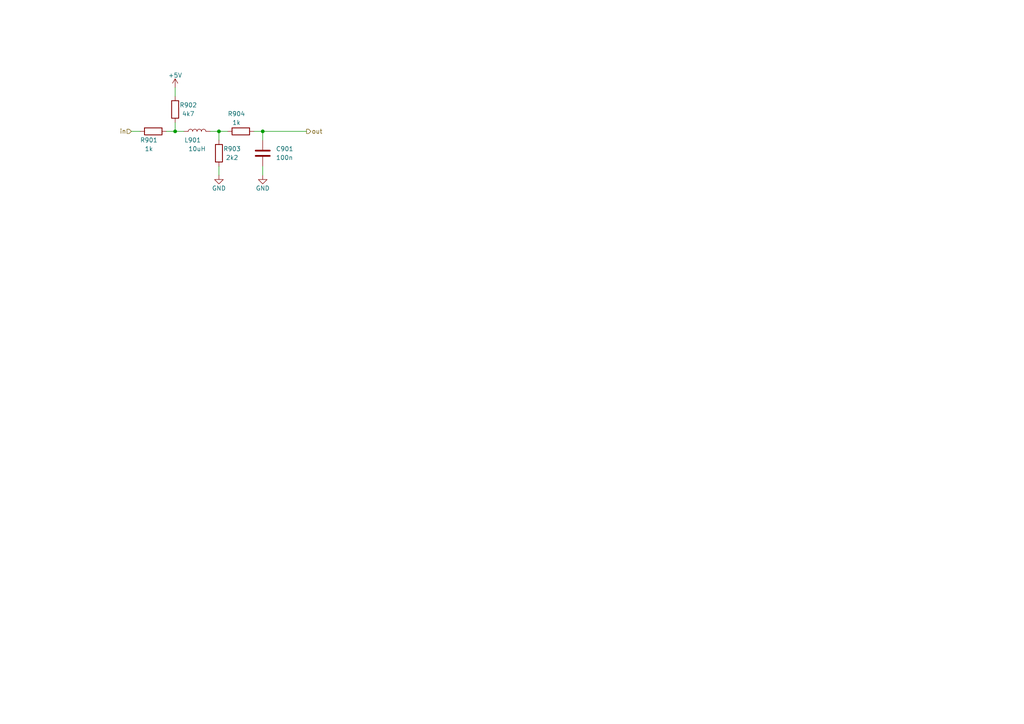
<source format=kicad_sch>
(kicad_sch (version 20230121) (generator eeschema)
  (paper "A4")
  (lib_symbols
    (symbol "Device:C" (pin_numbers hide) (pin_names (offset 0.254))
      (property "Reference" "C" (at 0.635 2.54 0))
      (property "Value" "C" (at 0.635 -2.54 0))
      (symbol "C_0_1"
        (polyline (pts (xy -2.032 -0.762) (xy 2.032 -0.762)) (stroke (width 0.508)))
        (polyline (pts (xy -2.032 0.762) (xy 2.032 0.762)) (stroke (width 0.508)))
      )
      (symbol "C_1_1"
        (pin passive line (at 0 3.81 270) (length 2.794) (name "~") (number "1"))
        (pin passive line (at 0 -3.81 90) (length 2.794) (name "~") (number "2"))
      )
    )
    (symbol "Device:L" (pin_numbers hide) (pin_names (offset 1.016) hide)
      (property "Reference" "L" (at -1.27 0 90))
      (property "Value" "L" (at 1.905 0 90))
      (symbol "L_0_1"
        (arc (start 0 -2.54) (mid 0.6323 -1.905) (end 0 -1.27))
        (arc (start 0 -1.27) (mid 0.6323 -0.635) (end 0 0))
        (arc (start 0 0) (mid 0.6323 0.635) (end 0 1.27))
        (arc (start 0 1.27) (mid 0.6323 1.905) (end 0 2.54))
      )
      (symbol "L_1_1"
        (pin passive line (at 0 3.81 270) (length 1.27) (name "1") (number "1"))
        (pin passive line (at 0 -3.81 90) (length 1.27) (name "2") (number "2"))
      )
    )
    (symbol "Device:R" (pin_numbers hide) (pin_names (offset 0))
      (property "Reference" "R" (at 2.032 0 90))
      (property "Value" "R" (at 0 0 90))
      (symbol "R_0_1"
        (rectangle (start -1.016 -2.54) (end 1.016 2.54) (stroke (width 0.254)))
      )
      (symbol "R_1_1"
        (pin passive line (at 0 3.81 270) (length 1.27) (name "~") (number "1"))
        (pin passive line (at 0 -3.81 90) (length 1.27) (name "~") (number "2"))
      )
    )
    (symbol "power:+5V" (power) (pin_names (offset 0))
      (property "Value" "+5V" (at 0 3.556 0))
      (symbol "+5V_0_1"
        (polyline (pts (xy -0.762 1.27) (xy 0 2.54)))
        (polyline (pts (xy 0 0) (xy 0 2.54)))
        (polyline (pts (xy 0 2.54) (xy 0.762 1.27)))
      )
      (symbol "+5V_1_1"
        (pin power_in line (at 0 0 90) (length 0) hide (name "+5V") (number "1"))
      )
    )
    (symbol "power:GND" (power) (pin_names (offset 0))
      (property "Value" "GND" (at 0 -3.81 0))
      (symbol "GND_0_1"
        (polyline (pts (xy 0 0) (xy 0 -1.27) (xy 1.27 -1.27) (xy 0 -2.54) (xy -1.27 -1.27) (xy 0 -1.27)))
      )
      (symbol "GND_1_1"
        (pin power_in line (at 0 0 270) (length 0) hide (name "GND") (number "1"))
      )
    )
  )
  (junction (at 63.5 38.1))
  (junction (at 76.2 38.1))
  (junction (at 50.8 38.1))
  (wire (pts (xy 38.1 38.1) (xy 40.64 38.1)))
  (wire (pts (xy 60.96 38.1) (xy 63.5 38.1)))
  (wire (pts (xy 73.66 38.1) (xy 76.2 38.1)))
  (wire (pts (xy 50.8 35.56) (xy 50.8 38.1)))
  (wire (pts (xy 76.2 48.26) (xy 76.2 50.8)))
  (wire (pts (xy 63.5 38.1) (xy 63.5 40.64)))
  (wire (pts (xy 63.5 48.26) (xy 63.5 50.8)))
  (wire (pts (xy 50.8 38.1) (xy 48.26 38.1)))
  (wire (pts (xy 63.5 38.1) (xy 66.04 38.1)))
  (wire (pts (xy 50.8 25.4) (xy 50.8 27.94)))
  (wire (pts (xy 76.2 38.1) (xy 76.2 40.64)))
  (wire (pts (xy 76.2 38.1) (xy 88.9 38.1)))
  (wire (pts (xy 50.8 38.1) (xy 53.34 38.1)))
  (hierarchical_label "out" (shape output) (at 88.9 38.1 0))
  (hierarchical_label "in" (shape input) (at 38.1 38.1 180))
  (symbol (lib_id "Device:R") (at 44.45 38.1 90) (unit 1)
    (property "Reference" "R901" (at 43.18 40.64 90))
    (property "Value" "1k" (at 43.18 43.18 90))
    (property "Footprint" "Resistor_SMD:R_1206_3216Metric" (effects hide))
    (instances (project "save_restore_source_project" (path "" (reference "R901") (unit 1)) (path "" (reference "R1001") (unit 1)) (path "" (reference "R1201") (unit 1)) (path "" (reference "R1301") (unit 1))))
  )
  (symbol (lib_id "Device:R") (at 69.85 38.1 270) (unit 1)
    (property "Reference" "R904" (at 68.58 33.02 90))
    (property "Value" "1k" (at 68.58 35.56 90))
    (property "Footprint" "Resistor_SMD:R_1206_3216Metric" (effects hide))
    (instances (project "save_restore_source_project" (path "" (reference "R904") (unit 1)) (path "" (reference "R1004") (unit 1)) (path "" (reference "R1204") (unit 1)) (path "" (reference "R1304") (unit 1))))
  )
  (symbol (lib_id "Device:L") (at 57.15 38.1 90) (unit 1)
    (property "Reference" "L901" (at 55.88 40.64 90))
    (property "Value" "10uH" (at 57.15 43.18 90))
    (property "Footprint" "Inductor_SMD:L_1206_3216Metric_Pad1.22x1.90mm_HandSolder" (effects hide))
    (instances (project "save_restore_source_project" (path "" (reference "L901") (unit 1)) (path "" (reference "L1001") (unit 1)) (path "" (reference "L1201") (unit 1)) (path "" (reference "L1301") (unit 1))))
  )
  (symbol (lib_id "Device:R") (at 63.5 44.45 180) (unit 1)
    (property "Reference" "R903" (at 67.31 43.18 0))
    (property "Value" "2k2" (at 67.31 45.72 0))
    (property "Footprint" "Resistor_SMD:R_1206_3216Metric" (effects hide))
    (instances (project "save_restore_source_project" (path "" (reference "R903") (unit 1)) (path "" (reference "R1003") (unit 1)) (path "" (reference "R1203") (unit 1)) (path "" (reference "R1303") (unit 1))))
  )
  (symbol (lib_id "power:GND") (at 76.2 50.8 0) (unit 1)
    (property "Reference" "#PWR0903" (effects hide))
    (property "Value" "GND" (at 76.2 54.61 0))
    (instances (project "save_restore_source_project" (path "" (reference "#PWR0903") (unit 1)) (path "" (reference "#PWR01003") (unit 1)) (path "" (reference "#PWR01203") (unit 1)) (path "" (reference "#PWR01303") (unit 1))))
  )
  (symbol (lib_id "power:+5V") (at 50.8 25.4 0) (unit 1)
    (property "Reference" "#PWR0901" (effects hide))
    (property "Value" "+5V" (at 50.8 21.844 0))
    (instances (project "save_restore_source_project" (path "" (reference "#PWR0901") (unit 1)) (path "" (reference "#PWR01001") (unit 1)) (path "" (reference "#PWR01201") (unit 1)) (path "" (reference "#PWR01301") (unit 1))))
  )
  (symbol (lib_id "power:GND") (at 63.5 50.8 0) (unit 1)
    (property "Reference" "#PWR0902" (effects hide))
    (property "Value" "GND" (at 63.5 54.61 0))
    (instances (project "save_restore_source_project" (path "" (reference "#PWR0902") (unit 1)) (path "" (reference "#PWR01002") (unit 1)) (path "" (reference "#PWR01202") (unit 1)) (path "" (reference "#PWR01302") (unit 1))))
  )
  (symbol (lib_id "Device:C") (at 76.2 44.45 0) (unit 1)
    (property "Reference" "C901" (at 80.01 43.18 0) (effects (justify left)))
    (property "Value" "100n" (at 80.01 45.72 0) (effects (justify left)))
    (property "Footprint" "Capacitor_SMD:C_1206_3216Metric_Pad1.33x1.80mm_HandSolder" (effects hide))
    (instances (project "save_restore_source_project" (path "" (reference "C901") (unit 1)) (path "" (reference "C1001") (unit 1)) (path "" (reference "C1201") (unit 1)) (path "" (reference "C1301") (unit 1))))
  )
  (symbol (lib_id "Device:R") (at 50.8 31.75 180) (unit 1)
    (property "Reference" "R902" (at 54.61 30.48 0))
    (property "Value" "4k7" (at 54.61 33.02 0))
    (property "Footprint" "Resistor_SMD:R_1206_3216Metric" (effects hide))
    (instances (project "save_restore_source_project" (path "" (reference "R902") (unit 1)) (path "" (reference "R1002") (unit 1)) (path "" (reference "R1202") (unit 1)) (path "" (reference "R1302") (unit 1))))
  )
)
</source>
